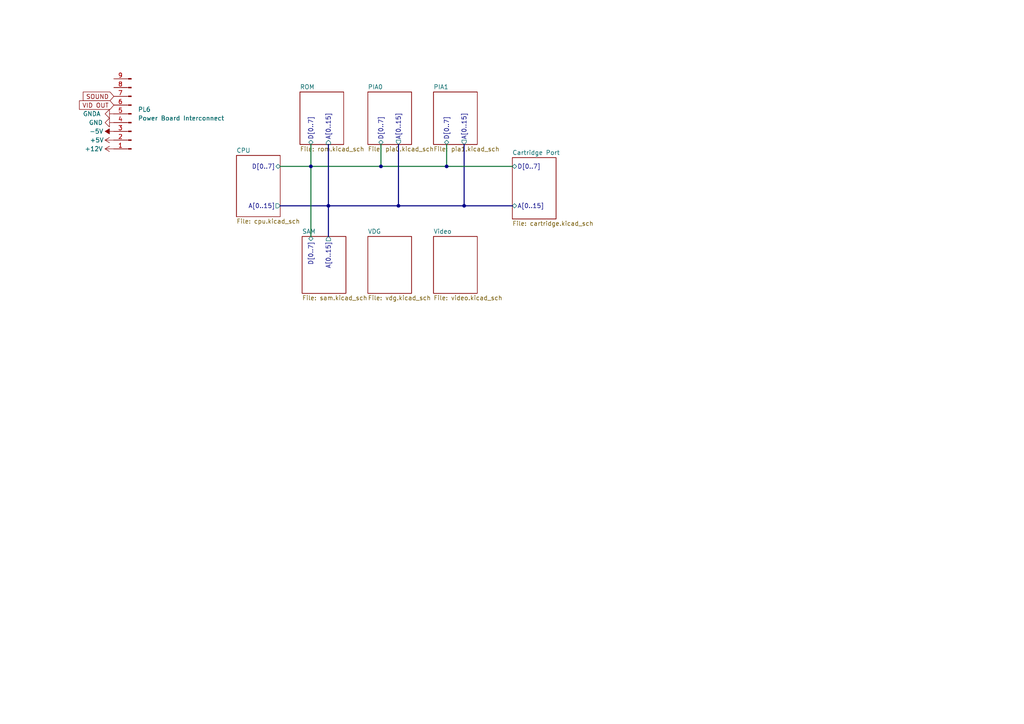
<source format=kicad_sch>
(kicad_sch (version 20231120) (generator "eeschema") (generator_version "8.0")
  (paper "A4")
  (lib_symbols
    (symbol "Connector:Conn_01x09_Male" (pin_names (offset 1.016) hide)
      (property "Reference" "J" (at 0 12.7 0))
      (property "Value" "Conn_01x09_Male" (at 0 -12.7 0))
      (symbol "Conn_01x09_Male_1_1"
        (polyline (pts (xy 1.27 -10.16) (xy 0.8636 -10.16)) (stroke (width 0.1524)))
        (polyline (pts (xy 1.27 -7.62) (xy 0.8636 -7.62)) (stroke (width 0.1524)))
        (polyline (pts (xy 1.27 -5.08) (xy 0.8636 -5.08)) (stroke (width 0.1524)))
        (polyline (pts (xy 1.27 -2.54) (xy 0.8636 -2.54)) (stroke (width 0.1524)))
        (polyline (pts (xy 1.27 0) (xy 0.8636 0)) (stroke (width 0.1524)))
        (polyline (pts (xy 1.27 2.54) (xy 0.8636 2.54)) (stroke (width 0.1524)))
        (polyline (pts (xy 1.27 5.08) (xy 0.8636 5.08)) (stroke (width 0.1524)))
        (polyline (pts (xy 1.27 7.62) (xy 0.8636 7.62)) (stroke (width 0.1524)))
        (polyline (pts (xy 1.27 10.16) (xy 0.8636 10.16)) (stroke (width 0.1524)))
        (rectangle (start 0.8636 -10.033) (end 0 -10.287) (stroke (width 0.1524)) (fill (type outline)))
        (rectangle (start 0.8636 -7.493) (end 0 -7.747) (stroke (width 0.1524)) (fill (type outline)))
        (rectangle (start 0.8636 -4.953) (end 0 -5.207) (stroke (width 0.1524)) (fill (type outline)))
        (rectangle (start 0.8636 -2.413) (end 0 -2.667) (stroke (width 0.1524)) (fill (type outline)))
        (rectangle (start 0.8636 0.127) (end 0 -0.127) (stroke (width 0.1524)) (fill (type outline)))
        (rectangle (start 0.8636 2.667) (end 0 2.413) (stroke (width 0.1524)) (fill (type outline)))
        (rectangle (start 0.8636 5.207) (end 0 4.953) (stroke (width 0.1524)) (fill (type outline)))
        (rectangle (start 0.8636 7.747) (end 0 7.493) (stroke (width 0.1524)) (fill (type outline)))
        (rectangle (start 0.8636 10.287) (end 0 10.033) (stroke (width 0.1524)) (fill (type outline)))
        (pin passive line (at 5.08 10.16 180) (length 3.81) (name "Pin_1") (number "1"))
        (pin passive line (at 5.08 7.62 180) (length 3.81) (name "Pin_2") (number "2"))
        (pin passive line (at 5.08 5.08 180) (length 3.81) (name "Pin_3") (number "3"))
        (pin passive line (at 5.08 2.54 180) (length 3.81) (name "Pin_4") (number "4"))
        (pin passive line (at 5.08 0 180) (length 3.81) (name "Pin_5") (number "5"))
        (pin passive line (at 5.08 -2.54 180) (length 3.81) (name "Pin_6") (number "6"))
        (pin passive line (at 5.08 -5.08 180) (length 3.81) (name "Pin_7") (number "7"))
        (pin passive line (at 5.08 -7.62 180) (length 3.81) (name "Pin_8") (number "8"))
        (pin passive line (at 5.08 -10.16 180) (length 3.81) (name "Pin_9") (number "9"))
      )
    )
    (symbol "power:+12V" (power) (pin_names (offset 0))
      (property "Value" "+12V" (at 0 3.556 0))
      (symbol "+12V_0_1"
        (polyline (pts (xy -0.762 1.27) (xy 0 2.54)))
        (polyline (pts (xy 0 0) (xy 0 2.54)))
        (polyline (pts (xy 0 2.54) (xy 0.762 1.27)))
      )
      (symbol "+12V_1_1"
        (pin power_in line (at 0 0 90) (length 0) hide (name "+12V") (number "1"))
      )
    )
    (symbol "power:+5V" (power) (pin_names (offset 0))
      (property "Value" "+5V" (at 0 3.556 0))
      (symbol "+5V_0_1"
        (polyline (pts (xy -0.762 1.27) (xy 0 2.54)))
        (polyline (pts (xy 0 0) (xy 0 2.54)))
        (polyline (pts (xy 0 2.54) (xy 0.762 1.27)))
      )
      (symbol "+5V_1_1"
        (pin power_in line (at 0 0 90) (length 0) hide (name "+5V") (number "1"))
      )
    )
    (symbol "power:-5V" (power) (pin_names (offset 0))
      (property "Value" "-5V" (at 0 3.81 0))
      (symbol "-5V_0_0"
        (pin power_in line (at 0 0 90) (length 0) hide (name "-5V") (number "1"))
      )
      (symbol "-5V_0_1"
        (polyline (pts (xy 0 0) (xy 0 1.27) (xy 0.762 1.27) (xy 0 2.54) (xy -0.762 1.27) (xy 0 1.27)) (fill (type outline)))
      )
    )
    (symbol "power:GND" (power) (pin_names (offset 0))
      (property "Value" "GND" (at 0 -3.81 0))
      (symbol "GND_0_1"
        (polyline (pts (xy 0 0) (xy 0 -1.27) (xy 1.27 -1.27) (xy 0 -2.54) (xy -1.27 -1.27) (xy 0 -1.27)))
      )
      (symbol "GND_1_1"
        (pin power_in line (at 0 0 270) (length 0) hide (name "GND") (number "1"))
      )
    )
    (symbol "power:GNDA" (power) (pin_numbers hide) (pin_names (offset 0) hide)
      (property "Value" "GNDA" (at 0 -3.81 0))
      (symbol "GNDA_0_1"
        (polyline (pts (xy 0 0) (xy 0 -1.27) (xy 1.27 -1.27) (xy 0 -2.54) (xy -1.27 -1.27) (xy 0 -1.27)))
      )
      (symbol "GNDA_1_1"
        (pin power_in line (at 0 0 270) (length 0) (name "~") (number "1"))
      )
    )
  )
  (junction (at 129.54 48.26))
  (junction (at 95.25 59.69))
  (junction (at 110.49 48.26))
  (junction (at 134.62 59.69))
  (junction (at 90.17 48.26))
  (junction (at 115.57 59.69))
  (bus (pts (xy 129.54 48.26) (xy 129.54 41.91)) (stroke (width 0) (color 19 118 57 1)))
  (bus (pts (xy 95.25 59.69) (xy 95.25 68.58)))
  (bus (pts (xy 81.28 59.69) (xy 95.25 59.69)))
  (bus (pts (xy 90.17 48.26) (xy 90.17 68.58)) (stroke (width 0) (color 19 118 57 1)))
  (bus (pts (xy 95.25 41.91) (xy 95.25 59.69)))
  (bus (pts (xy 90.17 41.91) (xy 90.17 48.26)) (stroke (width 0) (color 19 118 57 1)))
  (bus (pts (xy 134.62 41.91) (xy 134.62 59.69)))
  (bus (pts (xy 115.57 59.69) (xy 134.62 59.69)))
  (bus (pts (xy 110.49 48.26) (xy 129.54 48.26)) (stroke (width 0) (color 19 118 57 1)))
  (bus (pts (xy 81.28 48.26) (xy 90.17 48.26)) (stroke (width 0) (color 19 118 57 1)))
  (bus (pts (xy 129.54 48.26) (xy 148.59 48.26)) (stroke (width 0) (color 19 118 57 1)))
  (bus (pts (xy 90.17 48.26) (xy 110.49 48.26)) (stroke (width 0) (color 19 118 57 1)))
  (bus (pts (xy 115.57 41.91) (xy 115.57 59.69)))
  (bus (pts (xy 134.62 59.69) (xy 148.59 59.69)))
  (bus (pts (xy 110.49 41.91) (xy 110.49 48.26)) (stroke (width 0) (color 19 118 57 1)))
  (bus (pts (xy 95.25 59.69) (xy 115.57 59.69)))
  (global_label "SOUND" (shape input) (at 33.02 27.94 180) (property "Intersheetrefs" "${INTERSHEET_REFS}" (effects (hide yes))))
  (global_label "VID OUT" (shape input) (at 33.02 30.48 180) (property "Intersheetrefs" "${INTERSHEET_REFS}" (effects (hide yes))))
  (symbol (lib_id "Connector:Conn_01x09_Male") (at 38.1 33.02 180) (unit 1)
    (property "Reference" "PL6" (at 40.005 31.7499 0) (effects (justify right)))
    (property "Value" "Power Board Interconnect" (at 40.005 34.2899 0) (effects (justify right)))
    (property "Footprint" "Connector_Molex:Molex_KK-396_A-41791-0009_1x09_P3.96mm_Vertical" (effects (hide yes)))
    (property "Datasheet" "https://app.adam-tech.com/products/download/data_sheet/241222/lhd-xx-ts-data-sheet.pdf" (effects (hide yes)))
    (property "DigiKey" "2057-LHD-09-TS-ND" (effects (hide yes)))
    (property "Toby" "WH396-09S-010" (effects (hide yes)))
  )
  (symbol (lib_id "power:-5V") (at 33.02 38.1 90) (unit 1)
    (property "Reference" "#PWR022" (effects (hide yes)))
    (property "Value" "-5V" (at 25.908 38.1 90) (effects (justify right)))
  )
  (symbol (lib_id "power:GNDA") (at 33.02 33.02 270) (unit 1)
    (property "Reference" "#PWR020" (effects (hide yes)))
    (property "Value" "GNDA" (at 29.21 33.0199 90) (effects (justify right)))
    (property "Description" "Power symbol creates a global label with name \"GNDA\" , analog ground" (effects (hide yes)))
  )
  (symbol (lib_id "power:+5V") (at 33.02 40.64 90) (unit 1)
    (property "Reference" "#PWR023" (effects (hide yes)))
    (property "Value" "+5V" (at 26.035 40.64 90) (effects (justify right)))
  )
  (symbol (lib_id "power:GND") (at 33.02 35.56 270) (unit 1)
    (property "Reference" "#PWR021" (effects (hide yes)))
    (property "Value" "GND" (at 29.845 35.5599 90) (effects (justify right)))
  )
  (symbol (lib_id "power:+12V") (at 33.02 43.18 90) (unit 1)
    (property "Reference" "#PWR024" (effects (hide yes)))
    (property "Value" "+12V" (at 29.845 43.1799 90) (effects (justify left)))
  )
  (sheet (at 68.58 45.085) (size 12.7 17.78) (stroke (width 0.1524))
    (property "Sheetname" "CPU" (at 68.58 44.3734 0) (effects (justify left bottom)))
    (property "Sheetfile" "cpu.kicad_sch" (at 68.58 63.4496 0) (effects (justify left top)))
    (pin "D[0..7]" bidirectional (at 81.28 48.26 0))
    (pin "A[0..15]" output (at 81.28 59.69 0))
  )
  (sheet (at 125.73 26.67) (size 12.7 15.24) (stroke (width 0.1524))
    (property "Sheetname" "PIA1" (at 125.73 25.9584 0) (effects (justify left bottom)))
    (property "Sheetfile" "pia1.kicad_sch" (at 125.73 42.4946 0) (effects (justify left top)))
    (pin "D[0..7]" bidirectional (at 129.54 41.91 270))
    (pin "A[0..15]" output (at 134.62 41.91 270))
  )
  (sheet (at 86.995 26.67) (size 12.7 15.24) (stroke (width 0.1524))
    (property "Sheetname" "ROM" (at 86.995 25.9584 0) (effects (justify left bottom)))
    (property "Sheetfile" "rom.kicad_sch" (at 86.995 42.4946 0) (effects (justify left top)))
    (pin "D[0..7]" bidirectional (at 90.17 41.91 270))
    (pin "A[0..15]" input (at 95.25 41.91 270))
  )
  (sheet (at 148.59 45.72) (size 12.7 17.78) (stroke (width 0.1524))
    (property "Sheetname" "Cartridge Port" (at 148.59 45.0084 0) (effects (justify left bottom)))
    (property "Sheetfile" "cartridge.kicad_sch" (at 148.59 64.0846 0) (effects (justify left top)))
    (pin "D[0..7]" bidirectional (at 148.59 48.26 180))
    (pin "A[0..15]" bidirectional (at 148.59 59.69 180))
  )
  (sheet (at 106.68 68.58) (size 12.7 16.51) (stroke (width 0.1524))
    (property "Sheetname" "VDG" (at 106.68 67.8684 0) (effects (justify left bottom)))
    (property "Sheetfile" "vdg.kicad_sch" (at 106.68 85.6746 0) (effects (justify left top)))
  )
  (sheet (at 125.73 68.58) (size 12.7 16.51) (stroke (width 0.1524))
    (property "Sheetname" "Video" (at 125.73 67.8684 0) (effects (justify left bottom)))
    (property "Sheetfile" "video.kicad_sch" (at 125.73 85.6746 0) (effects (justify left top)))
  )
  (sheet (at 106.68 26.67) (size 12.7 15.24) (stroke (width 0.1524))
    (property "Sheetname" "PIA0" (at 106.68 25.9584 0) (effects (justify left bottom)))
    (property "Sheetfile" "pia0.kicad_sch" (at 106.68 42.4946 0) (effects (justify left top)))
    (pin "D[0..7]" bidirectional (at 110.49 41.91 270))
    (pin "A[0..15]" output (at 115.57 41.91 270))
  )
  (sheet (at 87.63 68.58) (size 12.7 16.51) (stroke (width 0.1524))
    (property "Sheetname" "SAM" (at 87.63 67.8684 0) (effects (justify left bottom)))
    (property "Sheetfile" "sam.kicad_sch" (at 87.63 85.6746 0) (effects (justify left top)))
    (pin "A[0..15]" output (at 95.25 68.58 90))
    (pin "D[0..7]" bidirectional (at 90.17 68.58 90))
  )
)
</source>
